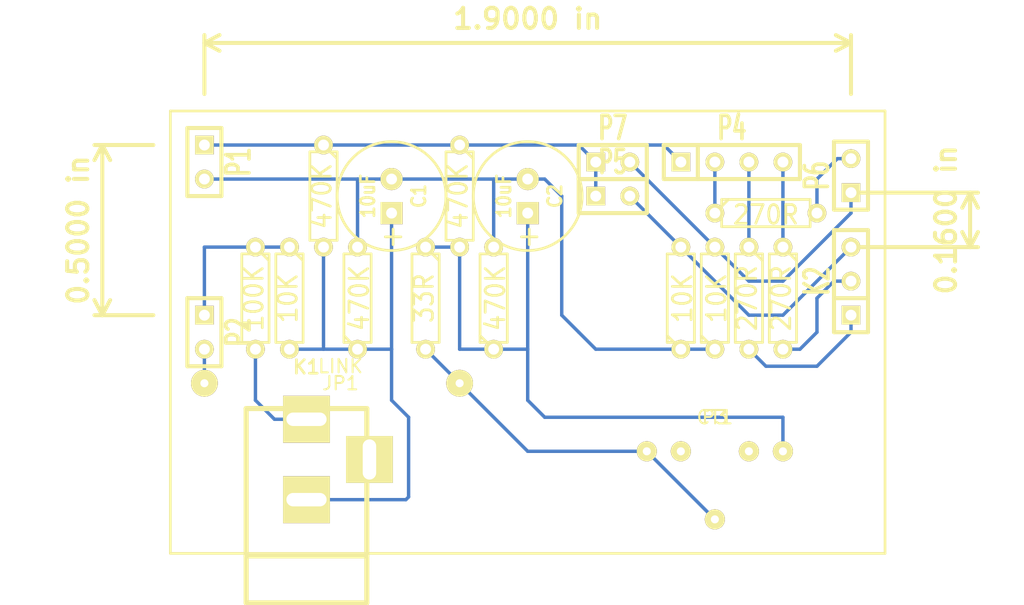
<source format=kicad_pcb>
(kicad_pcb (version 3) (host pcbnew "(2013-07-07 BZR 4022)-stable")

  (general
    (links 36)
    (no_connects 0)
    (area 0 0 0 0)
    (thickness 1.6)
    (drawings 7)
    (tracks 74)
    (zones 0)
    (modules 24)
    (nets 17)
  )

  (page A4)
  (layers
    (15 F.Cu mixed)
    (0 B.Cu power)
    (16 B.Adhes user)
    (17 F.Adhes user)
    (18 B.Paste user)
    (19 F.Paste user)
    (20 B.SilkS user)
    (21 F.SilkS user)
    (22 B.Mask user)
    (23 F.Mask user)
    (24 Dwgs.User user)
    (25 Cmts.User user)
    (26 Eco1.User user)
    (27 Eco2.User user)
    (28 Edge.Cuts user)
  )

  (setup
    (last_trace_width 0.254)
    (trace_clearance 0.254)
    (zone_clearance 0.508)
    (zone_45_only no)
    (trace_min 0.254)
    (segment_width 0.2)
    (edge_width 0.1)
    (via_size 0.889)
    (via_drill 0.635)
    (via_min_size 0.889)
    (via_min_drill 0.508)
    (uvia_size 0.508)
    (uvia_drill 0.127)
    (uvias_allowed no)
    (uvia_min_size 0.508)
    (uvia_min_drill 0.127)
    (pcb_text_width 0.3)
    (pcb_text_size 1.5 1.5)
    (mod_edge_width 0.15)
    (mod_text_size 1 1)
    (mod_text_width 0.15)
    (pad_size 2 2)
    (pad_drill 0.6)
    (pad_to_mask_clearance 0)
    (aux_axis_origin 0 0)
    (visible_elements 7FFFFFBF)
    (pcbplotparams
      (layerselection 3178497)
      (usegerberextensions true)
      (excludeedgelayer true)
      (linewidth 0.150000)
      (plotframeref false)
      (viasonmask false)
      (mode 1)
      (useauxorigin false)
      (hpglpennumber 1)
      (hpglpenspeed 20)
      (hpglpendiameter 15)
      (hpglpenoverlay 2)
      (psnegative false)
      (psa4output false)
      (plotreference true)
      (plotvalue true)
      (plotothertext true)
      (plotinvisibletext false)
      (padsonsilk false)
      (subtractmaskfromsilk false)
      (outputformat 1)
      (mirror false)
      (drillshape 1)
      (scaleselection 1)
      (outputdirectory ""))
  )

  (net 0 "")
  (net 1 N-000001)
  (net 2 N-0000010)
  (net 3 N-0000011)
  (net 4 N-0000012)
  (net 5 N-0000013)
  (net 6 N-0000014)
  (net 7 N-0000018)
  (net 8 N-0000019)
  (net 9 N-000002)
  (net 10 N-000003)
  (net 11 N-000004)
  (net 12 N-000005)
  (net 13 N-000006)
  (net 14 N-000007)
  (net 15 N-000008)
  (net 16 N-000009)

  (net_class Default "This is the default net class."
    (clearance 0.254)
    (trace_width 0.254)
    (via_dia 0.889)
    (via_drill 0.635)
    (uvia_dia 0.508)
    (uvia_drill 0.127)
    (add_net "")
    (add_net N-000001)
    (add_net N-0000010)
    (add_net N-0000011)
    (add_net N-0000012)
    (add_net N-0000013)
    (add_net N-0000014)
    (add_net N-0000018)
    (add_net N-0000019)
    (add_net N-000002)
    (add_net N-000003)
    (add_net N-000004)
    (add_net N-000005)
    (add_net N-000006)
    (add_net N-000007)
    (add_net N-000008)
    (add_net N-000009)
  )

  (module SIL-2 (layer F.Cu) (tedit 200000) (tstamp 5297AFB4)
    (at 69.85 48.26 270)
    (descr "Connecteurs 2 pins")
    (tags "CONN DEV")
    (path /5297A259)
    (fp_text reference P1 (at 0 -2.54 270) (layer F.SilkS)
      (effects (font (size 1.72974 1.08712) (thickness 0.3048)))
    )
    (fp_text value VIN (at 0 -2.54 270) (layer F.SilkS) hide
      (effects (font (size 1.524 1.016) (thickness 0.3048)))
    )
    (fp_line (start -2.54 1.27) (end -2.54 -1.27) (layer F.SilkS) (width 0.3048))
    (fp_line (start -2.54 -1.27) (end 2.54 -1.27) (layer F.SilkS) (width 0.3048))
    (fp_line (start 2.54 -1.27) (end 2.54 1.27) (layer F.SilkS) (width 0.3048))
    (fp_line (start 2.54 1.27) (end -2.54 1.27) (layer F.SilkS) (width 0.3048))
    (pad 1 thru_hole rect (at -1.27 0 270) (size 1.397 1.397) (drill 0.8128)
      (layers *.Cu *.Mask F.SilkS)
      (net 7 N-0000018)
    )
    (pad 2 thru_hole circle (at 1.27 0 270) (size 1.397 1.397) (drill 0.8128)
      (layers *.Cu *.Mask F.SilkS)
      (net 8 N-0000019)
    )
  )

  (module SIL-2 (layer F.Cu) (tedit 200000) (tstamp 5297AFBE)
    (at 69.85 60.96 270)
    (descr "Connecteurs 2 pins")
    (tags "CONN DEV")
    (path /5297A268)
    (fp_text reference P2 (at 0 -2.54 270) (layer F.SilkS)
      (effects (font (size 1.72974 1.08712) (thickness 0.3048)))
    )
    (fp_text value ADC (at 0 -2.54 270) (layer F.SilkS) hide
      (effects (font (size 1.524 1.016) (thickness 0.3048)))
    )
    (fp_line (start -2.54 1.27) (end -2.54 -1.27) (layer F.SilkS) (width 0.3048))
    (fp_line (start -2.54 -1.27) (end 2.54 -1.27) (layer F.SilkS) (width 0.3048))
    (fp_line (start 2.54 -1.27) (end 2.54 1.27) (layer F.SilkS) (width 0.3048))
    (fp_line (start 2.54 1.27) (end -2.54 1.27) (layer F.SilkS) (width 0.3048))
    (pad 1 thru_hole rect (at -1.27 0 270) (size 1.397 1.397) (drill 0.8128)
      (layers *.Cu *.Mask F.SilkS)
      (net 6 N-0000014)
    )
    (pad 2 thru_hole circle (at 1.27 0 270) (size 1.397 1.397) (drill 0.8128)
      (layers *.Cu *.Mask F.SilkS)
      (net 13 N-000006)
    )
  )

  (module R3 (layer F.Cu) (tedit 4E4C0E65) (tstamp 5297AFCC)
    (at 86.36 58.42 270)
    (descr "Resitance 3 pas")
    (tags R)
    (path /5297A10C)
    (autoplace_cost180 10)
    (fp_text reference R5 (at 0 0.127 270) (layer F.SilkS) hide
      (effects (font (size 1.397 1.27) (thickness 0.2032)))
    )
    (fp_text value 33R (at 0 0.127 270) (layer F.SilkS)
      (effects (font (size 1.397 1.27) (thickness 0.2032)))
    )
    (fp_line (start -3.81 0) (end -3.302 0) (layer F.SilkS) (width 0.2032))
    (fp_line (start 3.81 0) (end 3.302 0) (layer F.SilkS) (width 0.2032))
    (fp_line (start 3.302 0) (end 3.302 -1.016) (layer F.SilkS) (width 0.2032))
    (fp_line (start 3.302 -1.016) (end -3.302 -1.016) (layer F.SilkS) (width 0.2032))
    (fp_line (start -3.302 -1.016) (end -3.302 1.016) (layer F.SilkS) (width 0.2032))
    (fp_line (start -3.302 1.016) (end 3.302 1.016) (layer F.SilkS) (width 0.2032))
    (fp_line (start 3.302 1.016) (end 3.302 0) (layer F.SilkS) (width 0.2032))
    (fp_line (start -3.302 -0.508) (end -2.794 -1.016) (layer F.SilkS) (width 0.2032))
    (pad 1 thru_hole circle (at -3.81 0 270) (size 1.397 1.397) (drill 0.8128)
      (layers *.Cu *.Mask F.SilkS)
      (net 11 N-000004)
    )
    (pad 2 thru_hole circle (at 3.81 0 270) (size 1.397 1.397) (drill 0.8128)
      (layers *.Cu *.Mask F.SilkS)
      (net 10 N-000003)
    )
    (model discret/resistor.wrl
      (at (xyz 0 0 0))
      (scale (xyz 0.3 0.3 0.3))
      (rotate (xyz 0 0 0))
    )
  )

  (module R3 (layer F.Cu) (tedit 4E4C0E65) (tstamp 5297AFDA)
    (at 88.9 50.8 270)
    (descr "Resitance 3 pas")
    (tags R)
    (path /5297A11B)
    (autoplace_cost180 10)
    (fp_text reference R6 (at 0 0.127 270) (layer F.SilkS) hide
      (effects (font (size 1.397 1.27) (thickness 0.2032)))
    )
    (fp_text value 470K (at 0 0.127 270) (layer F.SilkS)
      (effects (font (size 1.397 1.27) (thickness 0.2032)))
    )
    (fp_line (start -3.81 0) (end -3.302 0) (layer F.SilkS) (width 0.2032))
    (fp_line (start 3.81 0) (end 3.302 0) (layer F.SilkS) (width 0.2032))
    (fp_line (start 3.302 0) (end 3.302 -1.016) (layer F.SilkS) (width 0.2032))
    (fp_line (start 3.302 -1.016) (end -3.302 -1.016) (layer F.SilkS) (width 0.2032))
    (fp_line (start -3.302 -1.016) (end -3.302 1.016) (layer F.SilkS) (width 0.2032))
    (fp_line (start -3.302 1.016) (end 3.302 1.016) (layer F.SilkS) (width 0.2032))
    (fp_line (start 3.302 1.016) (end 3.302 0) (layer F.SilkS) (width 0.2032))
    (fp_line (start -3.302 -0.508) (end -2.794 -1.016) (layer F.SilkS) (width 0.2032))
    (pad 1 thru_hole circle (at -3.81 0 270) (size 1.397 1.397) (drill 0.8128)
      (layers *.Cu *.Mask F.SilkS)
      (net 7 N-0000018)
    )
    (pad 2 thru_hole circle (at 3.81 0 270) (size 1.397 1.397) (drill 0.8128)
      (layers *.Cu *.Mask F.SilkS)
      (net 11 N-000004)
    )
    (model discret/resistor.wrl
      (at (xyz 0 0 0))
      (scale (xyz 0.3 0.3 0.3))
      (rotate (xyz 0 0 0))
    )
  )

  (module R3 (layer F.Cu) (tedit 4E4C0E65) (tstamp 5297AFE8)
    (at 91.44 58.42 90)
    (descr "Resitance 3 pas")
    (tags R)
    (path /5297A12A)
    (autoplace_cost180 10)
    (fp_text reference R7 (at 0 0.127 90) (layer F.SilkS) hide
      (effects (font (size 1.397 1.27) (thickness 0.2032)))
    )
    (fp_text value 470K (at 0 0.127 90) (layer F.SilkS)
      (effects (font (size 1.397 1.27) (thickness 0.2032)))
    )
    (fp_line (start -3.81 0) (end -3.302 0) (layer F.SilkS) (width 0.2032))
    (fp_line (start 3.81 0) (end 3.302 0) (layer F.SilkS) (width 0.2032))
    (fp_line (start 3.302 0) (end 3.302 -1.016) (layer F.SilkS) (width 0.2032))
    (fp_line (start 3.302 -1.016) (end -3.302 -1.016) (layer F.SilkS) (width 0.2032))
    (fp_line (start -3.302 -1.016) (end -3.302 1.016) (layer F.SilkS) (width 0.2032))
    (fp_line (start -3.302 1.016) (end 3.302 1.016) (layer F.SilkS) (width 0.2032))
    (fp_line (start 3.302 1.016) (end 3.302 0) (layer F.SilkS) (width 0.2032))
    (fp_line (start -3.302 -0.508) (end -2.794 -1.016) (layer F.SilkS) (width 0.2032))
    (pad 1 thru_hole circle (at -3.81 0 90) (size 1.397 1.397) (drill 0.8128)
      (layers *.Cu *.Mask F.SilkS)
      (net 11 N-000004)
    )
    (pad 2 thru_hole circle (at 3.81 0 90) (size 1.397 1.397) (drill 0.8128)
      (layers *.Cu *.Mask F.SilkS)
      (net 8 N-0000019)
    )
    (model discret/resistor.wrl
      (at (xyz 0 0 0))
      (scale (xyz 0.3 0.3 0.3))
      (rotate (xyz 0 0 0))
    )
  )

  (module R3 (layer F.Cu) (tedit 4E4C0E65) (tstamp 5297AFF6)
    (at 73.66 58.42 270)
    (descr "Resitance 3 pas")
    (tags R)
    (path /5297A139)
    (autoplace_cost180 10)
    (fp_text reference R1 (at 0 0.127 270) (layer F.SilkS) hide
      (effects (font (size 1.397 1.27) (thickness 0.2032)))
    )
    (fp_text value 100K (at 0 0.127 270) (layer F.SilkS)
      (effects (font (size 1.397 1.27) (thickness 0.2032)))
    )
    (fp_line (start -3.81 0) (end -3.302 0) (layer F.SilkS) (width 0.2032))
    (fp_line (start 3.81 0) (end 3.302 0) (layer F.SilkS) (width 0.2032))
    (fp_line (start 3.302 0) (end 3.302 -1.016) (layer F.SilkS) (width 0.2032))
    (fp_line (start 3.302 -1.016) (end -3.302 -1.016) (layer F.SilkS) (width 0.2032))
    (fp_line (start -3.302 -1.016) (end -3.302 1.016) (layer F.SilkS) (width 0.2032))
    (fp_line (start -3.302 1.016) (end 3.302 1.016) (layer F.SilkS) (width 0.2032))
    (fp_line (start 3.302 1.016) (end 3.302 0) (layer F.SilkS) (width 0.2032))
    (fp_line (start -3.302 -0.508) (end -2.794 -1.016) (layer F.SilkS) (width 0.2032))
    (pad 1 thru_hole circle (at -3.81 0 270) (size 1.397 1.397) (drill 0.8128)
      (layers *.Cu *.Mask F.SilkS)
      (net 6 N-0000014)
    )
    (pad 2 thru_hole circle (at 3.81 0 270) (size 1.397 1.397) (drill 0.8128)
      (layers *.Cu *.Mask F.SilkS)
      (net 4 N-0000012)
    )
    (model discret/resistor.wrl
      (at (xyz 0 0 0))
      (scale (xyz 0.3 0.3 0.3))
      (rotate (xyz 0 0 0))
    )
  )

  (module R3 (layer F.Cu) (tedit 4E4C0E65) (tstamp 5297B004)
    (at 76.2 58.42 270)
    (descr "Resitance 3 pas")
    (tags R)
    (path /5297A148)
    (autoplace_cost180 10)
    (fp_text reference R2 (at 0 0.127 270) (layer F.SilkS) hide
      (effects (font (size 1.397 1.27) (thickness 0.2032)))
    )
    (fp_text value 10K (at 0 0.127 270) (layer F.SilkS)
      (effects (font (size 1.397 1.27) (thickness 0.2032)))
    )
    (fp_line (start -3.81 0) (end -3.302 0) (layer F.SilkS) (width 0.2032))
    (fp_line (start 3.81 0) (end 3.302 0) (layer F.SilkS) (width 0.2032))
    (fp_line (start 3.302 0) (end 3.302 -1.016) (layer F.SilkS) (width 0.2032))
    (fp_line (start 3.302 -1.016) (end -3.302 -1.016) (layer F.SilkS) (width 0.2032))
    (fp_line (start -3.302 -1.016) (end -3.302 1.016) (layer F.SilkS) (width 0.2032))
    (fp_line (start -3.302 1.016) (end 3.302 1.016) (layer F.SilkS) (width 0.2032))
    (fp_line (start 3.302 1.016) (end 3.302 0) (layer F.SilkS) (width 0.2032))
    (fp_line (start -3.302 -0.508) (end -2.794 -1.016) (layer F.SilkS) (width 0.2032))
    (pad 1 thru_hole circle (at -3.81 0 270) (size 1.397 1.397) (drill 0.8128)
      (layers *.Cu *.Mask F.SilkS)
      (net 6 N-0000014)
    )
    (pad 2 thru_hole circle (at 3.81 0 270) (size 1.397 1.397) (drill 0.8128)
      (layers *.Cu *.Mask F.SilkS)
      (net 5 N-0000013)
    )
    (model discret/resistor.wrl
      (at (xyz 0 0 0))
      (scale (xyz 0.3 0.3 0.3))
      (rotate (xyz 0 0 0))
    )
  )

  (module R3 (layer F.Cu) (tedit 4E4C0E65) (tstamp 5297B012)
    (at 78.74 50.8 270)
    (descr "Resitance 3 pas")
    (tags R)
    (path /5297A157)
    (autoplace_cost180 10)
    (fp_text reference R3 (at 0 0.127 270) (layer F.SilkS) hide
      (effects (font (size 1.397 1.27) (thickness 0.2032)))
    )
    (fp_text value 470K (at 0 0.127 270) (layer F.SilkS)
      (effects (font (size 1.397 1.27) (thickness 0.2032)))
    )
    (fp_line (start -3.81 0) (end -3.302 0) (layer F.SilkS) (width 0.2032))
    (fp_line (start 3.81 0) (end 3.302 0) (layer F.SilkS) (width 0.2032))
    (fp_line (start 3.302 0) (end 3.302 -1.016) (layer F.SilkS) (width 0.2032))
    (fp_line (start 3.302 -1.016) (end -3.302 -1.016) (layer F.SilkS) (width 0.2032))
    (fp_line (start -3.302 -1.016) (end -3.302 1.016) (layer F.SilkS) (width 0.2032))
    (fp_line (start -3.302 1.016) (end 3.302 1.016) (layer F.SilkS) (width 0.2032))
    (fp_line (start 3.302 1.016) (end 3.302 0) (layer F.SilkS) (width 0.2032))
    (fp_line (start -3.302 -0.508) (end -2.794 -1.016) (layer F.SilkS) (width 0.2032))
    (pad 1 thru_hole circle (at -3.81 0 270) (size 1.397 1.397) (drill 0.8128)
      (layers *.Cu *.Mask F.SilkS)
      (net 7 N-0000018)
    )
    (pad 2 thru_hole circle (at 3.81 0 270) (size 1.397 1.397) (drill 0.8128)
      (layers *.Cu *.Mask F.SilkS)
      (net 5 N-0000013)
    )
    (model discret/resistor.wrl
      (at (xyz 0 0 0))
      (scale (xyz 0.3 0.3 0.3))
      (rotate (xyz 0 0 0))
    )
  )

  (module R3 (layer F.Cu) (tedit 4E4C0E65) (tstamp 5297B020)
    (at 81.28 58.42 90)
    (descr "Resitance 3 pas")
    (tags R)
    (path /5297A166)
    (autoplace_cost180 10)
    (fp_text reference R4 (at 0 0.127 90) (layer F.SilkS) hide
      (effects (font (size 1.397 1.27) (thickness 0.2032)))
    )
    (fp_text value 470K (at 0 0.127 90) (layer F.SilkS)
      (effects (font (size 1.397 1.27) (thickness 0.2032)))
    )
    (fp_line (start -3.81 0) (end -3.302 0) (layer F.SilkS) (width 0.2032))
    (fp_line (start 3.81 0) (end 3.302 0) (layer F.SilkS) (width 0.2032))
    (fp_line (start 3.302 0) (end 3.302 -1.016) (layer F.SilkS) (width 0.2032))
    (fp_line (start 3.302 -1.016) (end -3.302 -1.016) (layer F.SilkS) (width 0.2032))
    (fp_line (start -3.302 -1.016) (end -3.302 1.016) (layer F.SilkS) (width 0.2032))
    (fp_line (start -3.302 1.016) (end 3.302 1.016) (layer F.SilkS) (width 0.2032))
    (fp_line (start 3.302 1.016) (end 3.302 0) (layer F.SilkS) (width 0.2032))
    (fp_line (start -3.302 -0.508) (end -2.794 -1.016) (layer F.SilkS) (width 0.2032))
    (pad 1 thru_hole circle (at -3.81 0 90) (size 1.397 1.397) (drill 0.8128)
      (layers *.Cu *.Mask F.SilkS)
      (net 5 N-0000013)
    )
    (pad 2 thru_hole circle (at 3.81 0 90) (size 1.397 1.397) (drill 0.8128)
      (layers *.Cu *.Mask F.SilkS)
      (net 8 N-0000019)
    )
    (model discret/resistor.wrl
      (at (xyz 0 0 0))
      (scale (xyz 0.3 0.3 0.3))
      (rotate (xyz 0 0 0))
    )
  )

  (module C1V8 (layer F.Cu) (tedit 3DD3A719) (tstamp 5297B028)
    (at 83.82 50.8 90)
    (path /5297A0B8)
    (fp_text reference C1 (at 0 2.032 90) (layer F.SilkS)
      (effects (font (size 1.016 0.889) (thickness 0.2032)))
    )
    (fp_text value 10uF (at 0 -1.77546 90) (layer F.SilkS)
      (effects (font (size 1.016 0.889) (thickness 0.2032)))
    )
    (fp_text user + (at -3.04546 0 90) (layer F.SilkS)
      (effects (font (size 1.524 1.524) (thickness 0.2032)))
    )
    (fp_circle (center 0 0) (end 4.064 0) (layer F.SilkS) (width 0.2032))
    (pad 1 thru_hole rect (at -1.27 0 90) (size 1.651 1.651) (drill 0.8128)
      (layers *.Cu *.Mask F.SilkS)
      (net 5 N-0000013)
    )
    (pad 2 thru_hole circle (at 1.27 0 90) (size 1.651 1.651) (drill 0.8128)
      (layers *.Cu *.Mask F.SilkS)
      (net 8 N-0000019)
    )
    (model discret/c_vert_c1v8.wrl
      (at (xyz 0 0 0))
      (scale (xyz 1 1 1))
      (rotate (xyz 0 0 0))
    )
  )

  (module C1V8 (layer F.Cu) (tedit 3DD3A719) (tstamp 5297B030)
    (at 93.98 50.8 90)
    (path /5297A0D6)
    (fp_text reference C2 (at 0 2.032 90) (layer F.SilkS)
      (effects (font (size 1.016 0.889) (thickness 0.2032)))
    )
    (fp_text value 10uF (at 0 -1.77546 90) (layer F.SilkS)
      (effects (font (size 1.016 0.889) (thickness 0.2032)))
    )
    (fp_text user + (at -3.04546 0 90) (layer F.SilkS)
      (effects (font (size 1.524 1.524) (thickness 0.2032)))
    )
    (fp_circle (center 0 0) (end 4.064 0) (layer F.SilkS) (width 0.2032))
    (pad 1 thru_hole rect (at -1.27 0 90) (size 1.651 1.651) (drill 0.8128)
      (layers *.Cu *.Mask F.SilkS)
      (net 11 N-000004)
    )
    (pad 2 thru_hole circle (at 1.27 0 90) (size 1.651 1.651) (drill 0.8128)
      (layers *.Cu *.Mask F.SilkS)
      (net 8 N-0000019)
    )
    (model discret/c_vert_c1v8.wrl
      (at (xyz 0 0 0))
      (scale (xyz 1 1 1))
      (rotate (xyz 0 0 0))
    )
  )

  (module BARREL_JACK (layer F.Cu) (tedit 505F99C2) (tstamp 5297B03C)
    (at 77.47 73.66 90)
    (descr "DC Barrel Jack")
    (tags "Power Jack")
    (path /5297A059)
    (fp_text reference K1 (at 10.09904 0 180) (layer F.SilkS)
      (effects (font (size 1.016 1.016) (thickness 0.2032)))
    )
    (fp_text value "9V AC" (at 0 -5.99948 90) (layer F.SilkS) hide
      (effects (font (size 1.016 1.016) (thickness 0.2032)))
    )
    (fp_line (start -4.0005 -4.50088) (end -4.0005 4.50088) (layer F.SilkS) (width 0.381))
    (fp_line (start -7.50062 -4.50088) (end -7.50062 4.50088) (layer F.SilkS) (width 0.381))
    (fp_line (start -7.50062 4.50088) (end 7.00024 4.50088) (layer F.SilkS) (width 0.381))
    (fp_line (start 7.00024 4.50088) (end 7.00024 -4.50088) (layer F.SilkS) (width 0.381))
    (fp_line (start 7.00024 -4.50088) (end -7.50062 -4.50088) (layer F.SilkS) (width 0.381))
    (pad 1 thru_hole rect (at 6.20014 0 90) (size 3.50012 3.50012) (drill oval 1.00076 2.99974)
      (layers *.Cu *.Mask F.SilkS)
      (net 4 N-0000012)
    )
    (pad 2 thru_hole rect (at 0.20066 0 90) (size 3.50012 3.50012) (drill oval 1.00076 2.99974)
      (layers *.Cu *.Mask F.SilkS)
      (net 5 N-0000013)
    )
    (pad 3 thru_hole rect (at 3.2004 4.699 90) (size 3.50012 3.50012) (drill oval 2.99974 1.00076)
      (layers *.Cu *.Mask F.SilkS)
    )
  )

  (module 3.5MM_JACK (layer F.Cu) (tedit 5297AF5A) (tstamp 5297B045)
    (at 107.95 67.31)
    (path /5297A083)
    (fp_text reference P3 (at 0 0) (layer F.SilkS)
      (effects (font (size 1 1) (thickness 0.15)))
    )
    (fp_text value CT1 (at 0 0) (layer F.SilkS)
      (effects (font (size 1 1) (thickness 0.15)))
    )
    (pad 1 thru_hole circle (at -5.08 2.54) (size 1.5 1.5) (drill 0.6)
      (layers *.Cu *.Mask F.SilkS)
      (net 10 N-000003)
    )
    (pad 2 thru_hole circle (at -2.54 2.54) (size 1.5 1.5) (drill 0.6)
      (layers *.Cu *.Mask F.SilkS)
    )
    (pad 3 thru_hole circle (at 2.54 2.54) (size 1.5 1.5) (drill 0.6)
      (layers *.Cu *.Mask F.SilkS)
    )
    (pad 4 thru_hole circle (at 5.08 2.54) (size 1.5 1.5) (drill 0.6)
      (layers *.Cu *.Mask F.SilkS)
      (net 11 N-000004)
    )
    (pad 5 thru_hole circle (at 0 7.62) (size 1.5 1.5) (drill 0.6)
      (layers *.Cu *.Mask F.SilkS)
      (net 10 N-000003)
    )
  )

  (module SIL-4 (layer F.Cu) (tedit 200000) (tstamp 5299D89A)
    (at 109.22 48.26)
    (descr "Connecteur 4 pibs")
    (tags "CONN DEV")
    (path /5299D5B1)
    (fp_text reference P4 (at 0 -2.54) (layer F.SilkS)
      (effects (font (size 1.73482 1.08712) (thickness 0.3048)))
    )
    (fp_text value TRI_LED (at 0 -2.54) (layer F.SilkS) hide
      (effects (font (size 1.524 1.016) (thickness 0.3048)))
    )
    (fp_line (start -5.08 -1.27) (end -5.08 -1.27) (layer F.SilkS) (width 0.3048))
    (fp_line (start -5.08 1.27) (end -5.08 -1.27) (layer F.SilkS) (width 0.3048))
    (fp_line (start -5.08 -1.27) (end -5.08 -1.27) (layer F.SilkS) (width 0.3048))
    (fp_line (start -5.08 -1.27) (end 5.08 -1.27) (layer F.SilkS) (width 0.3048))
    (fp_line (start 5.08 -1.27) (end 5.08 1.27) (layer F.SilkS) (width 0.3048))
    (fp_line (start 5.08 1.27) (end -5.08 1.27) (layer F.SilkS) (width 0.3048))
    (fp_line (start -2.54 1.27) (end -2.54 -1.27) (layer F.SilkS) (width 0.3048))
    (pad 1 thru_hole rect (at -3.81 0) (size 1.397 1.397) (drill 0.8128)
      (layers *.Cu *.Mask F.SilkS)
      (net 7 N-0000018)
    )
    (pad 2 thru_hole circle (at -1.27 0) (size 1.397 1.397) (drill 0.8128)
      (layers *.Cu *.Mask F.SilkS)
      (net 16 N-000009)
    )
    (pad 3 thru_hole circle (at 1.27 0) (size 1.397 1.397) (drill 0.8128)
      (layers *.Cu *.Mask F.SilkS)
      (net 2 N-0000010)
    )
    (pad 4 thru_hole circle (at 3.81 0) (size 1.397 1.397) (drill 0.8128)
      (layers *.Cu *.Mask F.SilkS)
      (net 3 N-0000011)
    )
  )

  (module SIL-3 (layer F.Cu) (tedit 200000) (tstamp 5299D8A6)
    (at 118.11 57.15 90)
    (descr "Connecteur 3 pins")
    (tags "CONN DEV")
    (path /5299D189)
    (fp_text reference K2 (at 0 -2.54 90) (layer F.SilkS)
      (effects (font (size 1.7907 1.07696) (thickness 0.3048)))
    )
    (fp_text value DIG567 (at 0 -2.54 90) (layer F.SilkS) hide
      (effects (font (size 1.524 1.016) (thickness 0.3048)))
    )
    (fp_line (start -3.81 1.27) (end -3.81 -1.27) (layer F.SilkS) (width 0.3048))
    (fp_line (start -3.81 -1.27) (end 3.81 -1.27) (layer F.SilkS) (width 0.3048))
    (fp_line (start 3.81 -1.27) (end 3.81 1.27) (layer F.SilkS) (width 0.3048))
    (fp_line (start 3.81 1.27) (end -3.81 1.27) (layer F.SilkS) (width 0.3048))
    (fp_line (start -1.27 -1.27) (end -1.27 1.27) (layer F.SilkS) (width 0.3048))
    (pad 1 thru_hole rect (at -2.54 0 90) (size 1.397 1.397) (drill 0.8128)
      (layers *.Cu *.Mask F.SilkS)
      (net 1 N-000001)
    )
    (pad 2 thru_hole circle (at 0 0 90) (size 1.397 1.397) (drill 0.8128)
      (layers *.Cu *.Mask F.SilkS)
      (net 9 N-000002)
    )
    (pad 3 thru_hole circle (at 2.54 0 90) (size 1.397 1.397) (drill 0.8128)
      (layers *.Cu *.Mask F.SilkS)
      (net 15 N-000008)
    )
  )

  (module SIL-2 (layer F.Cu) (tedit 200000) (tstamp 5299D8B0)
    (at 118.11 49.276 90)
    (descr "Connecteurs 2 pins")
    (tags "CONN DEV")
    (path /5299D19C)
    (fp_text reference P6 (at 0 -2.54 90) (layer F.SilkS)
      (effects (font (size 1.72974 1.08712) (thickness 0.3048)))
    )
    (fp_text value DIG89 (at 0 -2.54 90) (layer F.SilkS) hide
      (effects (font (size 1.524 1.016) (thickness 0.3048)))
    )
    (fp_line (start -2.54 1.27) (end -2.54 -1.27) (layer F.SilkS) (width 0.3048))
    (fp_line (start -2.54 -1.27) (end 2.54 -1.27) (layer F.SilkS) (width 0.3048))
    (fp_line (start 2.54 -1.27) (end 2.54 1.27) (layer F.SilkS) (width 0.3048))
    (fp_line (start 2.54 1.27) (end -2.54 1.27) (layer F.SilkS) (width 0.3048))
    (pad 1 thru_hole rect (at -1.27 0 90) (size 1.397 1.397) (drill 0.8128)
      (layers *.Cu *.Mask F.SilkS)
      (net 12 N-000005)
    )
    (pad 2 thru_hole circle (at 1.27 0 90) (size 1.397 1.397) (drill 0.8128)
      (layers *.Cu *.Mask F.SilkS)
      (net 14 N-000007)
    )
  )

  (module SIL-2 (layer F.Cu) (tedit 200000) (tstamp 5299D8BA)
    (at 100.33 50.8)
    (descr "Connecteurs 2 pins")
    (tags "CONN DEV")
    (path /5299D5A2)
    (fp_text reference P5 (at 0 -2.54) (layer F.SilkS)
      (effects (font (size 1.72974 1.08712) (thickness 0.3048)))
    )
    (fp_text value BUT1 (at 0 -2.54) (layer F.SilkS) hide
      (effects (font (size 1.524 1.016) (thickness 0.3048)))
    )
    (fp_line (start -2.54 1.27) (end -2.54 -1.27) (layer F.SilkS) (width 0.3048))
    (fp_line (start -2.54 -1.27) (end 2.54 -1.27) (layer F.SilkS) (width 0.3048))
    (fp_line (start 2.54 -1.27) (end 2.54 1.27) (layer F.SilkS) (width 0.3048))
    (fp_line (start 2.54 1.27) (end -2.54 1.27) (layer F.SilkS) (width 0.3048))
    (pad 1 thru_hole rect (at -1.27 0) (size 1.397 1.397) (drill 0.8128)
      (layers *.Cu *.Mask F.SilkS)
      (net 7 N-0000018)
    )
    (pad 2 thru_hole circle (at 1.27 0) (size 1.397 1.397) (drill 0.8128)
      (layers *.Cu *.Mask F.SilkS)
      (net 15 N-000008)
    )
  )

  (module R3 (layer F.Cu) (tedit 4E4C0E65) (tstamp 529A15AC)
    (at 111.76 52.07)
    (descr "Resitance 3 pas")
    (tags R)
    (path /5299D2B7)
    (autoplace_cost180 10)
    (fp_text reference R8 (at 0 0.127) (layer F.SilkS) hide
      (effects (font (size 1.397 1.27) (thickness 0.2032)))
    )
    (fp_text value 270R (at 0 0.127) (layer F.SilkS)
      (effects (font (size 1.397 1.27) (thickness 0.2032)))
    )
    (fp_line (start -3.81 0) (end -3.302 0) (layer F.SilkS) (width 0.2032))
    (fp_line (start 3.81 0) (end 3.302 0) (layer F.SilkS) (width 0.2032))
    (fp_line (start 3.302 0) (end 3.302 -1.016) (layer F.SilkS) (width 0.2032))
    (fp_line (start 3.302 -1.016) (end -3.302 -1.016) (layer F.SilkS) (width 0.2032))
    (fp_line (start -3.302 -1.016) (end -3.302 1.016) (layer F.SilkS) (width 0.2032))
    (fp_line (start -3.302 1.016) (end 3.302 1.016) (layer F.SilkS) (width 0.2032))
    (fp_line (start 3.302 1.016) (end 3.302 0) (layer F.SilkS) (width 0.2032))
    (fp_line (start -3.302 -0.508) (end -2.794 -1.016) (layer F.SilkS) (width 0.2032))
    (pad 1 thru_hole circle (at -3.81 0) (size 1.397 1.397) (drill 0.8128)
      (layers *.Cu *.Mask F.SilkS)
      (net 16 N-000009)
    )
    (pad 2 thru_hole circle (at 3.81 0) (size 1.397 1.397) (drill 0.8128)
      (layers *.Cu *.Mask F.SilkS)
      (net 14 N-000007)
    )
    (model discret/resistor.wrl
      (at (xyz 0 0 0))
      (scale (xyz 0.3 0.3 0.3))
      (rotate (xyz 0 0 0))
    )
  )

  (module R3 (layer F.Cu) (tedit 4E4C0E65) (tstamp 5299DE9D)
    (at 113.03 58.42 270)
    (descr "Resitance 3 pas")
    (tags R)
    (path /5299D2C6)
    (autoplace_cost180 10)
    (fp_text reference R9 (at 0 0.127 270) (layer F.SilkS) hide
      (effects (font (size 1.397 1.27) (thickness 0.2032)))
    )
    (fp_text value 270R (at 0 0.127 270) (layer F.SilkS)
      (effects (font (size 1.397 1.27) (thickness 0.2032)))
    )
    (fp_line (start -3.81 0) (end -3.302 0) (layer F.SilkS) (width 0.2032))
    (fp_line (start 3.81 0) (end 3.302 0) (layer F.SilkS) (width 0.2032))
    (fp_line (start 3.302 0) (end 3.302 -1.016) (layer F.SilkS) (width 0.2032))
    (fp_line (start 3.302 -1.016) (end -3.302 -1.016) (layer F.SilkS) (width 0.2032))
    (fp_line (start -3.302 -1.016) (end -3.302 1.016) (layer F.SilkS) (width 0.2032))
    (fp_line (start -3.302 1.016) (end 3.302 1.016) (layer F.SilkS) (width 0.2032))
    (fp_line (start 3.302 1.016) (end 3.302 0) (layer F.SilkS) (width 0.2032))
    (fp_line (start -3.302 -0.508) (end -2.794 -1.016) (layer F.SilkS) (width 0.2032))
    (pad 1 thru_hole circle (at -3.81 0 270) (size 1.397 1.397) (drill 0.8128)
      (layers *.Cu *.Mask F.SilkS)
      (net 3 N-0000011)
    )
    (pad 2 thru_hole circle (at 3.81 0 270) (size 1.397 1.397) (drill 0.8128)
      (layers *.Cu *.Mask F.SilkS)
      (net 9 N-000002)
    )
    (model discret/resistor.wrl
      (at (xyz 0 0 0))
      (scale (xyz 0.3 0.3 0.3))
      (rotate (xyz 0 0 0))
    )
  )

  (module R3 (layer F.Cu) (tedit 4E4C0E65) (tstamp 5299DECB)
    (at 110.49 58.42 270)
    (descr "Resitance 3 pas")
    (tags R)
    (path /5299D2D5)
    (autoplace_cost180 10)
    (fp_text reference R10 (at 0 0.127 270) (layer F.SilkS) hide
      (effects (font (size 1.397 1.27) (thickness 0.2032)))
    )
    (fp_text value 270R (at 0 0.127 270) (layer F.SilkS)
      (effects (font (size 1.397 1.27) (thickness 0.2032)))
    )
    (fp_line (start -3.81 0) (end -3.302 0) (layer F.SilkS) (width 0.2032))
    (fp_line (start 3.81 0) (end 3.302 0) (layer F.SilkS) (width 0.2032))
    (fp_line (start 3.302 0) (end 3.302 -1.016) (layer F.SilkS) (width 0.2032))
    (fp_line (start 3.302 -1.016) (end -3.302 -1.016) (layer F.SilkS) (width 0.2032))
    (fp_line (start -3.302 -1.016) (end -3.302 1.016) (layer F.SilkS) (width 0.2032))
    (fp_line (start -3.302 1.016) (end 3.302 1.016) (layer F.SilkS) (width 0.2032))
    (fp_line (start 3.302 1.016) (end 3.302 0) (layer F.SilkS) (width 0.2032))
    (fp_line (start -3.302 -0.508) (end -2.794 -1.016) (layer F.SilkS) (width 0.2032))
    (pad 1 thru_hole circle (at -3.81 0 270) (size 1.397 1.397) (drill 0.8128)
      (layers *.Cu *.Mask F.SilkS)
      (net 2 N-0000010)
    )
    (pad 2 thru_hole circle (at 3.81 0 270) (size 1.397 1.397) (drill 0.8128)
      (layers *.Cu *.Mask F.SilkS)
      (net 1 N-000001)
    )
    (model discret/resistor.wrl
      (at (xyz 0 0 0))
      (scale (xyz 0.3 0.3 0.3))
      (rotate (xyz 0 0 0))
    )
  )

  (module R3 (layer F.Cu) (tedit 4E4C0E65) (tstamp 5299D8F2)
    (at 105.41 58.42 90)
    (descr "Resitance 3 pas")
    (tags R)
    (path /5299D2E4)
    (autoplace_cost180 10)
    (fp_text reference R11 (at 0 0.127 90) (layer F.SilkS) hide
      (effects (font (size 1.397 1.27) (thickness 0.2032)))
    )
    (fp_text value 10K (at 0 0.127 90) (layer F.SilkS)
      (effects (font (size 1.397 1.27) (thickness 0.2032)))
    )
    (fp_line (start -3.81 0) (end -3.302 0) (layer F.SilkS) (width 0.2032))
    (fp_line (start 3.81 0) (end 3.302 0) (layer F.SilkS) (width 0.2032))
    (fp_line (start 3.302 0) (end 3.302 -1.016) (layer F.SilkS) (width 0.2032))
    (fp_line (start 3.302 -1.016) (end -3.302 -1.016) (layer F.SilkS) (width 0.2032))
    (fp_line (start -3.302 -1.016) (end -3.302 1.016) (layer F.SilkS) (width 0.2032))
    (fp_line (start -3.302 1.016) (end 3.302 1.016) (layer F.SilkS) (width 0.2032))
    (fp_line (start 3.302 1.016) (end 3.302 0) (layer F.SilkS) (width 0.2032))
    (fp_line (start -3.302 -0.508) (end -2.794 -1.016) (layer F.SilkS) (width 0.2032))
    (pad 1 thru_hole circle (at -3.81 0 90) (size 1.397 1.397) (drill 0.8128)
      (layers *.Cu *.Mask F.SilkS)
      (net 8 N-0000019)
    )
    (pad 2 thru_hole circle (at 3.81 0 90) (size 1.397 1.397) (drill 0.8128)
      (layers *.Cu *.Mask F.SilkS)
      (net 15 N-000008)
    )
    (model discret/resistor.wrl
      (at (xyz 0 0 0))
      (scale (xyz 0.3 0.3 0.3))
      (rotate (xyz 0 0 0))
    )
  )

  (module SIL-2 (layer F.Cu) (tedit 200000) (tstamp 529A191D)
    (at 100.33 48.26)
    (descr "Connecteurs 2 pins")
    (tags "CONN DEV")
    (path /529A1892)
    (fp_text reference P7 (at 0 -2.54) (layer F.SilkS)
      (effects (font (size 1.72974 1.08712) (thickness 0.3048)))
    )
    (fp_text value BUT2 (at 0 -2.54) (layer F.SilkS) hide
      (effects (font (size 1.524 1.016) (thickness 0.3048)))
    )
    (fp_line (start -2.54 1.27) (end -2.54 -1.27) (layer F.SilkS) (width 0.3048))
    (fp_line (start -2.54 -1.27) (end 2.54 -1.27) (layer F.SilkS) (width 0.3048))
    (fp_line (start 2.54 -1.27) (end 2.54 1.27) (layer F.SilkS) (width 0.3048))
    (fp_line (start 2.54 1.27) (end -2.54 1.27) (layer F.SilkS) (width 0.3048))
    (pad 1 thru_hole rect (at -1.27 0) (size 1.397 1.397) (drill 0.8128)
      (layers *.Cu *.Mask F.SilkS)
      (net 7 N-0000018)
    )
    (pad 2 thru_hole circle (at 1.27 0) (size 1.397 1.397) (drill 0.8128)
      (layers *.Cu *.Mask F.SilkS)
      (net 12 N-000005)
    )
  )

  (module R3 (layer F.Cu) (tedit 4E4C0E65) (tstamp 529A192B)
    (at 107.95 58.42 90)
    (descr "Resitance 3 pas")
    (tags R)
    (path /529A18A6)
    (autoplace_cost180 10)
    (fp_text reference R12 (at 0 0.127 90) (layer F.SilkS) hide
      (effects (font (size 1.397 1.27) (thickness 0.2032)))
    )
    (fp_text value 10K (at 0 0.127 90) (layer F.SilkS)
      (effects (font (size 1.397 1.27) (thickness 0.2032)))
    )
    (fp_line (start -3.81 0) (end -3.302 0) (layer F.SilkS) (width 0.2032))
    (fp_line (start 3.81 0) (end 3.302 0) (layer F.SilkS) (width 0.2032))
    (fp_line (start 3.302 0) (end 3.302 -1.016) (layer F.SilkS) (width 0.2032))
    (fp_line (start 3.302 -1.016) (end -3.302 -1.016) (layer F.SilkS) (width 0.2032))
    (fp_line (start -3.302 -1.016) (end -3.302 1.016) (layer F.SilkS) (width 0.2032))
    (fp_line (start -3.302 1.016) (end 3.302 1.016) (layer F.SilkS) (width 0.2032))
    (fp_line (start 3.302 1.016) (end 3.302 0) (layer F.SilkS) (width 0.2032))
    (fp_line (start -3.302 -0.508) (end -2.794 -1.016) (layer F.SilkS) (width 0.2032))
    (pad 1 thru_hole circle (at -3.81 0 90) (size 1.397 1.397) (drill 0.8128)
      (layers *.Cu *.Mask F.SilkS)
      (net 8 N-0000019)
    )
    (pad 2 thru_hole circle (at 3.81 0 90) (size 1.397 1.397) (drill 0.8128)
      (layers *.Cu *.Mask F.SilkS)
      (net 12 N-000005)
    )
    (model discret/resistor.wrl
      (at (xyz 0 0 0))
      (scale (xyz 0.3 0.3 0.3))
      (rotate (xyz 0 0 0))
    )
  )

  (module JUMP15 (layer F.Cu) (tedit 529A1E74) (tstamp 529A1F0E)
    (at 80.01 64.77)
    (path /529A1CBC)
    (fp_text reference JP1 (at 0 0) (layer F.SilkS)
      (effects (font (size 1 1) (thickness 0.15)))
    )
    (fp_text value LINK (at 0 -1.27) (layer F.SilkS)
      (effects (font (size 1 1) (thickness 0.15)))
    )
    (pad 1 thru_hole circle (at -10.16 0) (size 2 2) (drill 0.6)
      (layers *.Cu *.Mask F.SilkS)
      (net 13 N-000006)
    )
    (pad 2 thru_hole circle (at 8.89 0) (size 2 2) (drill 0.6)
      (layers *.Cu *.Mask F.SilkS)
      (net 10 N-000003)
    )
  )

  (dimension 4.064 (width 0.3) (layer F.SilkS)
    (gr_text "0.1600 in" (at 128.35 52.578 90) (layer F.SilkS)
      (effects (font (size 1.5 1.5) (thickness 0.3)))
    )
    (feature1 (pts (xy 118.11 50.546) (xy 129.7 50.546)))
    (feature2 (pts (xy 118.11 54.61) (xy 129.7 54.61)))
    (crossbar (pts (xy 127 54.61) (xy 127 50.546)))
    (arrow1a (pts (xy 127 50.546) (xy 127.58642 51.672503)))
    (arrow1b (pts (xy 127 50.546) (xy 126.41358 51.672503)))
    (arrow2a (pts (xy 127 54.61) (xy 127.58642 53.483497)))
    (arrow2b (pts (xy 127 54.61) (xy 126.41358 53.483497)))
  )
  (gr_line (start 67.31 44.45) (end 67.31 77.47) (angle 90) (layer F.SilkS) (width 0.2))
  (gr_line (start 120.65 77.47) (end 120.65 44.45) (angle 90) (layer F.SilkS) (width 0.2))
  (gr_line (start 67.31 77.47) (end 120.65 77.47) (angle 90) (layer F.SilkS) (width 0.2))
  (gr_line (start 67.31 44.45) (end 120.65 44.45) (angle 90) (layer F.SilkS) (width 0.2))
  (dimension 12.7 (width 0.3) (layer F.SilkS)
    (gr_text "12.700 mm" (at 60.880001 53.34 270) (layer F.SilkS)
      (effects (font (size 1.5 1.5) (thickness 0.3)))
    )
    (feature1 (pts (xy 66.04 59.69) (xy 59.530001 59.69)))
    (feature2 (pts (xy 66.04 46.99) (xy 59.530001 46.99)))
    (crossbar (pts (xy 62.230001 46.99) (xy 62.230001 59.69)))
    (arrow1a (pts (xy 62.230001 59.69) (xy 61.643581 58.563497)))
    (arrow1b (pts (xy 62.230001 59.69) (xy 62.816421 58.563497)))
    (arrow2a (pts (xy 62.230001 46.99) (xy 61.643581 48.116503)))
    (arrow2b (pts (xy 62.230001 46.99) (xy 62.816421 48.116503)))
  )
  (dimension 48.26 (width 0.3) (layer F.SilkS)
    (gr_text "48.260 mm" (at 93.98 38.020001) (layer F.SilkS)
      (effects (font (size 1.5 1.5) (thickness 0.3)))
    )
    (feature1 (pts (xy 118.11 43.18) (xy 118.11 36.670001)))
    (feature2 (pts (xy 69.85 43.18) (xy 69.85 36.670001)))
    (crossbar (pts (xy 69.85 39.370001) (xy 118.11 39.370001)))
    (arrow1a (pts (xy 118.11 39.370001) (xy 116.983497 39.956421)))
    (arrow1b (pts (xy 118.11 39.370001) (xy 116.983497 38.783581)))
    (arrow2a (pts (xy 69.85 39.370001) (xy 70.976503 39.956421)))
    (arrow2b (pts (xy 69.85 39.370001) (xy 70.976503 38.783581)))
  )

  (segment (start 110.49 62.23) (end 111.76 63.5) (width 0.254) (layer B.Cu) (net 1))
  (segment (start 118.11 60.96) (end 118.11 59.69) (width 0.254) (layer B.Cu) (net 1) (tstamp 529A166D))
  (segment (start 115.57 63.5) (end 118.11 60.96) (width 0.254) (layer B.Cu) (net 1) (tstamp 529A166C))
  (segment (start 111.76 63.5) (end 115.57 63.5) (width 0.254) (layer B.Cu) (net 1) (tstamp 529A166B))
  (segment (start 110.49 48.26) (end 110.49 54.61) (width 0.254) (layer B.Cu) (net 2))
  (segment (start 113.03 48.26) (end 113.03 54.61) (width 0.254) (layer B.Cu) (net 3))
  (segment (start 73.66 62.23) (end 73.66 66.04) (width 0.254) (layer B.Cu) (net 4))
  (segment (start 75.07986 67.45986) (end 77.47 67.45986) (width 0.254) (layer B.Cu) (net 4) (tstamp 5299E27B))
  (segment (start 73.66 66.04) (end 75.07986 67.45986) (width 0.254) (layer B.Cu) (net 4) (tstamp 5299E26B))
  (segment (start 77.47 73.45934) (end 84.88934 73.45934) (width 0.254) (layer B.Cu) (net 5))
  (segment (start 83.82 66.04) (end 83.82 62.23) (width 0.254) (layer B.Cu) (net 5) (tstamp 5299E29F))
  (segment (start 85.09 67.31) (end 83.82 66.04) (width 0.254) (layer B.Cu) (net 5) (tstamp 5299E29C))
  (segment (start 85.09 73.25868) (end 85.09 67.31) (width 0.254) (layer B.Cu) (net 5) (tstamp 5299E296))
  (segment (start 84.88934 73.45934) (end 85.09 73.25868) (width 0.254) (layer B.Cu) (net 5) (tstamp 5299E28F))
  (segment (start 76.2 62.23) (end 78.74 62.23) (width 0.254) (layer B.Cu) (net 5))
  (segment (start 83.82 52.07) (end 83.82 62.23) (width 0.254) (layer B.Cu) (net 5))
  (segment (start 83.82 62.23) (end 81.28 62.23) (width 0.254) (layer B.Cu) (net 5) (tstamp 5299E1CF))
  (segment (start 78.74 54.61) (end 78.74 62.23) (width 0.254) (layer B.Cu) (net 5))
  (segment (start 78.74 62.23) (end 81.28 62.23) (width 0.254) (layer B.Cu) (net 5) (tstamp 5299E1BB))
  (segment (start 76.2 54.61) (end 73.66 54.61) (width 0.254) (layer B.Cu) (net 6))
  (segment (start 73.66 54.61) (end 69.85 54.61) (width 0.254) (layer B.Cu) (net 6) (tstamp 5299E201))
  (segment (start 69.85 54.61) (end 69.85 59.69) (width 0.254) (layer B.Cu) (net 6) (tstamp 5299E204))
  (segment (start 99.06 48.26) (end 99.06 50.8) (width 0.254) (layer B.Cu) (net 7))
  (segment (start 97.79 46.99) (end 104.14 46.99) (width 0.254) (layer B.Cu) (net 7))
  (segment (start 104.14 46.99) (end 105.41 48.26) (width 0.254) (layer B.Cu) (net 7) (tstamp 529A1638))
  (segment (start 69.85 46.99) (end 78.74 46.99) (width 0.254) (layer B.Cu) (net 7))
  (segment (start 78.74 46.99) (end 88.9 46.99) (width 0.254) (layer B.Cu) (net 7) (tstamp 5299DFD4))
  (segment (start 88.9 46.99) (end 97.79 46.99) (width 0.254) (layer B.Cu) (net 7) (tstamp 5299DFD5))
  (segment (start 97.79 46.99) (end 99.06 48.26) (width 0.254) (layer B.Cu) (net 7) (tstamp 5299DFD7))
  (segment (start 107.95 62.23) (end 105.41 62.23) (width 0.254) (layer B.Cu) (net 8))
  (segment (start 105.41 62.23) (end 99.06 62.23) (width 0.254) (layer B.Cu) (net 8) (tstamp 529A1A31))
  (segment (start 97.79 60.96) (end 96.52 59.69) (width 0.254) (layer B.Cu) (net 8) (tstamp 5299E4D9))
  (segment (start 96.52 59.69) (end 96.52 50.8) (width 0.254) (layer B.Cu) (net 8) (tstamp 5299E4E4))
  (segment (start 96.52 50.8) (end 95.25 49.53) (width 0.254) (layer B.Cu) (net 8) (tstamp 5299E4EC))
  (segment (start 95.25 49.53) (end 93.98 49.53) (width 0.254) (layer B.Cu) (net 8) (tstamp 5299E4EE))
  (segment (start 99.06 62.23) (end 97.79 60.96) (width 0.254) (layer B.Cu) (net 8) (tstamp 529A164D))
  (segment (start 91.44 49.53) (end 91.44 54.61) (width 0.254) (layer B.Cu) (net 8))
  (segment (start 81.28 49.53) (end 81.28 54.61) (width 0.254) (layer B.Cu) (net 8))
  (segment (start 69.85 49.53) (end 81.28 49.53) (width 0.254) (layer B.Cu) (net 8))
  (segment (start 81.28 49.53) (end 83.82 49.53) (width 0.254) (layer B.Cu) (net 8) (tstamp 5299E1B0))
  (segment (start 83.82 49.53) (end 91.44 49.53) (width 0.254) (layer B.Cu) (net 8) (tstamp 5299E1A5))
  (segment (start 91.44 49.53) (end 93.98 49.53) (width 0.254) (layer B.Cu) (net 8) (tstamp 5299E1B4))
  (segment (start 113.03 62.23) (end 114.3 62.23) (width 0.254) (layer B.Cu) (net 9))
  (segment (start 116.84 57.15) (end 118.11 57.15) (width 0.254) (layer B.Cu) (net 9) (tstamp 529A1667))
  (segment (start 115.57 58.42) (end 116.84 57.15) (width 0.254) (layer B.Cu) (net 9) (tstamp 529A1665))
  (segment (start 115.57 60.96) (end 115.57 58.42) (width 0.254) (layer B.Cu) (net 9) (tstamp 529A1660))
  (segment (start 114.3 62.23) (end 115.57 60.96) (width 0.254) (layer B.Cu) (net 9) (tstamp 529A165C))
  (segment (start 102.87 69.85) (end 93.98 69.85) (width 0.254) (layer B.Cu) (net 10) (status 400000))
  (segment (start 93.98 69.85) (end 88.9 64.77) (width 0.254) (layer B.Cu) (net 10) (status 800000))
  (segment (start 86.36 62.23) (end 88.9 64.77) (width 0.254) (layer B.Cu) (net 10) (status C00000))
  (segment (start 102.87 69.85) (end 107.95 74.93) (width 0.254) (layer B.Cu) (net 10))
  (segment (start 113.03 69.85) (end 113.03 67.31) (width 0.254) (layer B.Cu) (net 11))
  (segment (start 93.98 66.04) (end 93.98 62.23) (width 0.254) (layer B.Cu) (net 11) (tstamp 5299E247))
  (segment (start 95.25 67.31) (end 93.98 66.04) (width 0.254) (layer B.Cu) (net 11) (tstamp 5299E23D))
  (segment (start 113.03 67.31) (end 95.25 67.31) (width 0.254) (layer B.Cu) (net 11) (tstamp 5299E239))
  (segment (start 86.36 54.61) (end 88.9 54.61) (width 0.254) (layer B.Cu) (net 11))
  (segment (start 93.98 52.07) (end 93.98 62.23) (width 0.254) (layer B.Cu) (net 11))
  (segment (start 93.98 62.23) (end 91.44 62.23) (width 0.254) (layer B.Cu) (net 11) (tstamp 5299E1F4))
  (segment (start 88.9 54.61) (end 88.9 62.23) (width 0.254) (layer B.Cu) (net 11))
  (segment (start 88.9 62.23) (end 91.44 62.23) (width 0.254) (layer B.Cu) (net 11) (tstamp 5299E1C3))
  (segment (start 107.95 54.61) (end 101.6 48.26) (width 0.254) (layer B.Cu) (net 12))
  (segment (start 118.11 50.546) (end 118.11 52.07) (width 0.254) (layer B.Cu) (net 12))
  (segment (start 110.49 57.15) (end 107.95 54.61) (width 0.254) (layer B.Cu) (net 12) (tstamp 529A1A02))
  (segment (start 113.03 57.15) (end 110.49 57.15) (width 0.254) (layer B.Cu) (net 12) (tstamp 529A1A00))
  (segment (start 118.11 52.07) (end 113.03 57.15) (width 0.254) (layer B.Cu) (net 12) (tstamp 529A19FE))
  (segment (start 69.85 62.23) (end 69.85 64.77) (width 0.254) (layer B.Cu) (net 13) (status C00000))
  (segment (start 115.57 52.07) (end 115.57 49.53) (width 0.254) (layer B.Cu) (net 14))
  (segment (start 117.094 48.006) (end 118.11 48.006) (width 0.254) (layer B.Cu) (net 14) (tstamp 529A19F9))
  (segment (start 115.57 49.53) (end 117.094 48.006) (width 0.254) (layer B.Cu) (net 14) (tstamp 529A19F8))
  (segment (start 105.41 54.61) (end 101.6 50.8) (width 0.254) (layer B.Cu) (net 15))
  (segment (start 105.41 54.61) (end 110.49 59.69) (width 0.254) (layer B.Cu) (net 15))
  (segment (start 113.03 59.69) (end 118.11 54.61) (width 0.254) (layer B.Cu) (net 15) (tstamp 529A1A25))
  (segment (start 110.49 59.69) (end 113.03 59.69) (width 0.254) (layer B.Cu) (net 15) (tstamp 529A1A11))
  (segment (start 107.95 48.26) (end 107.95 52.07) (width 0.254) (layer B.Cu) (net 16))

)

</source>
